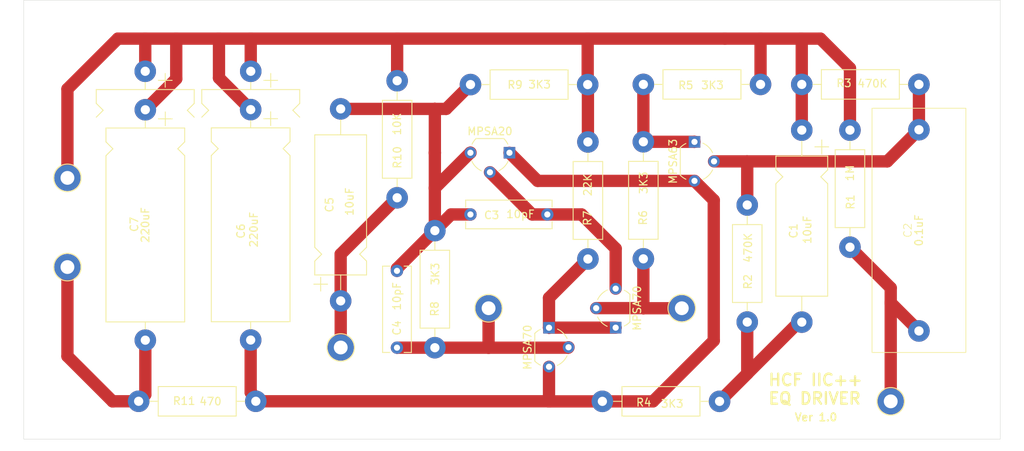
<source format=kicad_pcb>
(kicad_pcb (version 20241229) (generator "pcbnew") (generator_version "9.0")
  (layers (0 "F.Cu" signal) (2 "B.Cu" signal) (13 "F.Paste" user) (15 "B.Paste" user) (5 "F.SilkS" user "F.Silkscreen") (7 "B.SilkS" user "B.Silkscreen") (1 "F.Mask" user) (3 "B.Mask" user) (25 "Edge.Cuts" user))
  (net 0 "")
  (net 1 "Net-(C1-Pad2)")
  (net 2 "GND")
  (net 3 "Net-(C2-Pad1)")
  (net 4 "Net-(Q1-B)")
  (net 5 "Net-(Q2-C)")
  (net 6 "Net-(Q4-C)")
  (net 7 "Net-(Q3-B)")
  (net 8 "Net-(C5-Pad1)")
  (net 9 "Net-(Q1-C)")
  (net 10 "Net-(C7-Pad2)")
  (net 11 "Net-(Q1-E)")
  (net 12 "Net-(Q2-B)")
  (net 13 "Net-(Q2-E)")
  (footprint "HiroFootprints:Out_Hole_3.4_1.8" (layer "F.Cu") (at 83.43 100.12)
    (property "Reference" "TP5" (hide yes))
    (property "Value" "Power" (hide yes))
    (fp_circle (center 0 0) (end 1.8 0) (stroke (width 0.12)) (fill no) (layer "F.SilkS"))
    (pad "1" thru_hole circle (at 0 0) (size 3.4 3.4) (drill 1.8) (layers "*.Cu" "*.Mask") (net 10 "Net-(C7-Pad2)"))
  )
  (footprint "Capacitor_THT:CP_Axial_L30.0mm_D12.5mm_P35.00mm_Horizontal" (layer "F.Cu") (at 107.27 74.63 -90)
    (property "Reference" "REF**" (hide yes))
    (property "Value" "CP_Axial_L30.0mm_D12.5mm_P35.00mm_Horizontal" (hide yes))
    (fp_line (start 2.38 6.37) (end 4.18 6.37) (stroke (width 0.12)) (layer "F.SilkS"))
    (fp_line (start 4.18 6.37) (end 5.08 5.47) (stroke (width 0.12)) (layer "F.SilkS"))
    (fp_line (start 5.08 5.47) (end 5.98 6.37) (stroke (width 0.12)) (layer "F.SilkS"))
    (fp_line (start 1.44 0) (end 2.38 0) (stroke (width 0.12)) (layer "F.SilkS"))
    (fp_line (start 0.28 -2.6) (end 2.08 -2.6) (stroke (width 0.12)) (layer "F.SilkS"))
    (fp_line (start 1.18 -3.5) (end 1.18 -1.7) (stroke (width 0.12)) (layer "F.SilkS"))
    (fp_line (start 5.08 -5.47) (end 5.98 -6.37) (stroke (width 0.12)) (layer "F.SilkS"))
    (fp_line (start 2.38 -6.37) (end 2.38 6.37) (stroke (width 0.12)) (layer "F.SilkS"))
    (fp_line (start 2.38 -6.37) (end 4.18 -6.37) (stroke (width 0.12)) (layer "F.SilkS"))
    (fp_line (start 4.18 -6.37) (end 5.08 -5.47) (stroke (width 0.12)) (layer "F.SilkS"))
    (pad "1" thru_hole circle (at 0 0 270) (size 2.8 2.8) (drill 1.2) (layers "*.Cu" "*.Mask") (net 2 "GND"))
  )
  (footprint "HiroFootprints:Out_Hole_3.4_1.8" (layer "F.Cu") (at 190.5 117.605)
    (property "Reference" "TP1" (hide yes))
    (property "Value" "EQ Input" (hide yes))
    (fp_circle (center 0 0) (end 1.8 0) (stroke (width 0.12)) (fill no) (layer "F.SilkS"))
    (pad "1" thru_hole circle (at 0 0) (size 3.4 3.4) (drill 1.8) (layers "*.Cu" "*.Mask") (net 3 "Net-(C2-Pad1)"))
  )
  (footprint "Package_TO_SOT_THT:TO-92_Wide" (layer "F.Cu") (at 146.06 108.02 -90)
    (property "Reference" "Q3" (hide yes))
    (property "Value" "MPSA70" (at 2.54 2.79 90) (layer "F.SilkS"))
    (fp_line (start 0.74 1.85) (end 4.34 1.85) (stroke (width 0.12)) (layer "F.SilkS"))
    (fp_arc (start 0.74 1.85) (mid 0.446097 1.509328) (end 0.215816 1.122795) (stroke (width 0.12)) (layer "F.SilkS"))
    (fp_arc (start 4.864184 1.122795) (mid 4.633903 1.509328) (end 4.34 1.85) (stroke (width 0.12)) (layer "F.SilkS"))
    (fp_arc (start 0.172801 -1.103842) (mid 0.678995 -1.832692) (end 1.4 -2.35) (stroke (width 0.12)) (layer "F.SilkS"))
    (fp_arc (start 3.65 -2.35) (mid 4.382279 -1.833196) (end 4.895458 -1.098371) (stroke (width 0.12)) (layer "F.SilkS"))
    (pad "1" thru_hole rect (at 0 0 270) (size 1.5 1.5) (drill 0.8) (layers "*.Cu" "*.Mask") (net 13 "Net-(Q2-E)"))
    (pad "2" thru_hole circle (at 2.54 -2.54 270) (size 1.5 1.5) (drill 0.8) (layers "*.Cu" "*.Mask") (net 7 "Net-(Q3-B)"))
    (pad "3" thru_hole circle (at 5.08 0 270) (size 1.5 1.5) (drill 0.8) (layers "*.Cu" "*.Mask") (net 9 "Net-(Q1-C)"))
  )
  (footprint "MountingHole:MountingHole_4mm" (layer "F.Cu") (at 200.5 118.27)
    (property "Reference" "REF**" (hide yes))
    (property "Value" "MountingHole_4mm")
    (pad "" np_thru_hole circle (at 0 0) (size 4 4) (drill 4) (layers "*.Cu" "*.Mask"))
  )
  (footprint "Capacitor_THT:CP_Axial_L18.0mm_D6.5mm_P25.00mm_Horizontal" (layer "F.Cu") (at 118.9643 104.5272 90)
    (property "Reference" "C5" (at 12.51 -1.4575 90) (layer "F.SilkS"))
    (property "Value" "10uF" (at 12.93 1.1625 90) (layer "F.SilkS"))
    (fp_line (start 2.18 -3.5) (end 2.18 -1.7) (stroke (width 0.12)) (layer "F.SilkS"))
    (fp_line (start 21.62 -3.37) (end 21.62 3.37) (stroke (width 0.12)) (layer "F.SilkS"))
    (fp_line (start 6.98 -3.37) (end 21.62 -3.37) (stroke (width 0.12)) (layer "F.SilkS"))
    (fp_line (start 5.18 -3.37) (end 6.08 -2.47) (stroke (width 0.12)) (layer "F.SilkS"))
    (fp_line (start 3.38 -3.37) (end 5.18 -3.37) (stroke (width 0.12)) (layer "F.SilkS"))
    (fp_line (start 3.38 -3.37) (end 3.38 3.37) (stroke (width 0.12)) (layer "F.SilkS"))
    (fp_line (start 1.28 -2.6) (end 3.08 -2.6) (stroke (width 0.12)) (layer "F.SilkS"))
    (fp_line (start 6.08 -2.47) (end 6.98 -3.37) (stroke (width 0.12)) (layer "F.SilkS"))
    (fp_line (start 23.56 0) (end 21.62 0) (stroke (width 0.12)) (layer "F.SilkS"))
    (fp_line (start 1.44 0) (end 3.38 0) (stroke (width 0.12)) (layer "F.SilkS"))
    (fp_line (start 6.08 2.47) (end 6.98 3.37) (stroke (width 0.12)) (layer "F.SilkS"))
    (fp_line (start 6.98 3.37) (end 21.62 3.37) (stroke (width 0.12)) (layer "F.SilkS"))
    (fp_line (start 5.18 3.37) (end 6.08 2.47) (stroke (width 0.12)) (layer "F.SilkS"))
    (fp_line (start 3.38 3.37) (end 5.18 3.37) (stroke (width 0.12)) (layer "F.SilkS"))
    (pad "1" thru_hole circle (at 0 0 90) (size 2.8 2.8) (drill 1.2) (layers "*.Cu" "*.Mask") (net 8 "Net-(C5-Pad1)"))
    (pad "2" thru_hole circle (at 25 0 90) (size 2.8 2.8) (drill 1.2) (layers "*.Cu" "*.Mask") (net 6 "Net-(Q4-C)"))
  )
  (footprint "Capacitor_THT:CP_Axial_L18.0mm_D6.5mm_P25.00mm_Horizontal" (layer "F.Cu") (at 178.9325 82.29 -90)
    (property "Reference" "C1" (at 13.12 1.0725 90) (layer "F.SilkS"))
    (property "Value" "10uF" (at 12.97 -0.7275 90) (layer "F.SilkS"))
    (fp_line (start 3.38 3.37) (end 5.18 3.37) (stroke (width 0.12)) (layer "F.SilkS"))
    (fp_line (start 5.18 3.37) (end 6.08 2.47) (stroke (width 0.12)) (layer "F.SilkS"))
    (fp_line (start 6.98 3.37) (end 21.62 3.37) (stroke (width 0.12)) (layer "F.SilkS"))
    (fp_line (start 6.08 2.47) (end 6.98 3.37) (stroke (width 0.12)) (layer "F.SilkS"))
    (fp_line (start 1.44 0) (end 3.38 0) (stroke (width 0.12)) (layer "F.SilkS"))
    (fp_line (start 23.56 0) (end 21.62 0) (stroke (width 0.12)) (layer "F.SilkS"))
    (fp_line (start 6.08 -2.47) (end 6.98 -3.37) (stroke (width 0.12)) (layer "F.SilkS"))
    (fp_line (start 1.28 -2.6) (end 3.08 -2.6) (stroke (width 0.12)) (layer "F.SilkS"))
    (fp_line (start 3.38 -3.37) (end 3.38 3.37) (stroke (width 0.12)) (layer "F.SilkS"))
    (fp_line (start 3.38 -3.37) (end 5.18 -3.37) (stroke (width 0.12)) (layer "F.SilkS"))
    (fp_line (start 5.18 -3.37) (end 6.08 -2.47) (stroke (width 0.12)) (layer "F.SilkS"))
    (fp_line (start 6.98 -3.37) (end 21.62 -3.37) (stroke (width 0.12)) (layer "F.SilkS"))
    (fp_line (start 21.62 -3.37) (end 21.62 3.37) (stroke (width 0.12)) (layer "F.SilkS"))
    (fp_line (start 2.18 -3.5) (end 2.18 -1.7) (stroke (width 0.12)) (layer "F.SilkS"))
    (pad "1" thru_hole circle (at 0 0 270) (size 2.8 2.8) (drill 1.2) (layers "*.Cu" "*.Mask") (net 2 "GND"))
    (pad "2" thru_hole circle (at 25 0 270) (size 2.8 2.8) (drill 1.2) (layers "*.Cu" "*.Mask") (net 1 "Net-(C1-Pad2)"))
  )
  (footprint "Resistor_THT:R_Axial_DIN0411_L9.9mm_D3.6mm_P15.24mm_Horizontal" (layer "F.Cu") (at 158.33 76.34)
    (property "Reference" "R5" (at 5.52 0.12 0) (layer "F.SilkS"))
    (property "Value" "3K3" (at 8.99 0.11 0) (layer "F.SilkS"))
    (fp_line (start 1.44 0) (end 2.55 0) (stroke (width 0.12)) (layer "F.SilkS"))
    (fp_line (start 2.55 -1.92) (end 2.55 1.92) (stroke (width 0.12)) (layer "F.SilkS"))
    (fp_line (start 2.55 1.92) (end 12.69 1.92) (stroke (width 0.12)) (layer "F.SilkS"))
    (fp_line (start 12.69 -1.92) (end 2.55 -1.92) (stroke (width 0.12)) (layer "F.SilkS"))
    (fp_line (start 12.69 1.92) (end 12.69 -1.92) (stroke (width 0.12)) (layer "F.SilkS"))
    (fp_line (start 13.8 0) (end 12.69 0) (stroke (width 0.12)) (layer "F.SilkS"))
    (pad "1" thru_hole circle (at 0 0) (size 2.8 2.8) (drill 1.2) (layers "*.Cu" "*.Mask") (net 11 "Net-(Q1-E)"))
    (pad "2" thru_hole circle (at 15.24 0) (size 2.8 2.8) (drill 1.2) (layers "*.Cu" "*.Mask") (net 2 "GND"))
  )
  (footprint "Capacitor_THT:C_Rect_L11.0mm_W3.5mm_P10.00mm_MKT" (layer "F.Cu") (at 126.2874 110.6162 90)
    (property "Reference" "C4" (at 2.5662 -0.0074 90) (layer "F.SilkS"))
    (property "Value" "10pF" (at 6.6962 -0.0074 90) (layer "F.SilkS"))
    (fp_line (start 10.62 -1.87) (end 10.62 -0.925) (stroke (width 0.12)) (layer "F.SilkS"))
    (fp_line (start -0.62 -1.87) (end 10.62 -1.87) (stroke (width 0.12)) (layer "F.SilkS"))
    (fp_line (start -0.62 -1.87) (end -0.62 -0.925) (stroke (width 0.12)) (layer "F.SilkS"))
    (fp_line (start 10.62 0.925) (end 10.62 1.87) (stroke (width 0.12)) (layer "F.SilkS"))
    (fp_line (start -0.62 0.925) (end -0.62 1.87) (stroke (width 0.12)) (layer "F.SilkS"))
    (fp_line (start -0.62 1.87) (end 10.62 1.87) (stroke (width 0.12)) (layer "F.SilkS"))
    (pad "1" thru_hole circle (at 0 0 90) (size 1.6 1.6) (drill 0.8) (layers "*.Cu" "*.Mask") (net 7 "Net-(Q3-B)"))
    (pad "2" thru_hole circle (at 10 0 90) (size 1.6 1.6) (drill 0.8) (layers "*.Cu" "*.Mask") (net 6 "Net-(Q4-C)"))
  )
  (footprint "MountingHole:MountingHole_4mm" (layer "F.Cu") (at 200.5 69.63)
    (property "Reference" "REF**" (hide yes))
    (property "Value" "MountingHole_4mm")
    (pad "" np_thru_hole circle (at 0 0) (size 4 4) (drill 4) (layers "*.Cu" "*.Mask"))
  )
  (footprint "HiroFootprints:Out_Hole_3.4_1.8" (layer "F.Cu") (at 83.43 88.51)
    (property "Reference" "TP6" (hide yes))
    (property "Value" "GND" (hide yes))
    (fp_circle (center 0 0) (end 1.8 0) (stroke (width 0.12)) (fill no) (layer "F.SilkS"))
    (pad "1" thru_hole circle (at 0 0) (size 3.4 3.4) (drill 1.8) (layers "*.Cu" "*.Mask") (net 2 "GND"))
  )
  (footprint "MountingHole:MountingHole_4mm" (layer "F.Cu") (at 82 69.63)
    (property "Reference" "REF**" (hide yes))
    (property "Value" "MountingHole_4mm")
    (pad "" np_thru_hole circle (at 0 0) (size 4 4) (drill 4) (layers "*.Cu" "*.Mask"))
  )
  (footprint "Resistor_THT:R_Axial_DIN0411_L9.9mm_D3.6mm_P15.24mm_Horizontal" (layer "F.Cu") (at 135.85 76.36)
    (property "Reference" "R9" (at 5.79 0.03 0) (layer "F.SilkS"))
    (property "Value" "3K3" (at 8.99 0 0) (layer "F.SilkS"))
    (fp_line (start 1.44 0) (end 2.55 0) (stroke (width 0.12)) (layer "F.SilkS"))
    (fp_line (start 2.55 -1.92) (end 2.55 1.92) (stroke (width 0.12)) (layer "F.SilkS"))
    (fp_line (start 2.55 1.92) (end 12.69 1.92) (stroke (width 0.12)) (layer "F.SilkS"))
    (fp_line (start 12.69 -1.92) (end 2.55 -1.92) (stroke (width 0.12)) (layer "F.SilkS"))
    (fp_line (start 12.69 1.92) (end 12.69 -1.92) (stroke (width 0.12)) (layer "F.SilkS"))
    (fp_line (start 13.8 0) (end 12.69 0) (stroke (width 0.12)) (layer "F.SilkS"))
    (pad "1" thru_hole circle (at 0 0) (size 2.8 2.8) (drill 1.2) (layers "*.Cu" "*.Mask") (net 6 "Net-(Q4-C)"))
    (pad "2" thru_hole circle (at 15.24 0) (size 2.8 2.8) (drill 1.2) (layers "*.Cu" "*.Mask") (net 2 "GND"))
  )
  (footprint "Resistor_THT:R_Axial_DIN0411_L9.9mm_D3.6mm_P15.24mm_Horizontal" (layer "F.Cu") (at 194.17 76.34 180)
    (property "Reference" "R3" (at 9.75 0.16 0) (layer "F.SilkS"))
    (property "Value" "470K" (at 6.05 0.11 0) (layer "F.SilkS"))
    (fp_line (start 13.8 0) (end 12.69 0) (stroke (width 0.12)) (layer "F.SilkS"))
    (fp_line (start 12.69 1.92) (end 12.69 -1.92) (stroke (width 0.12)) (layer "F.SilkS"))
    (fp_line (start 12.69 -1.92) (end 2.55 -1.92) (stroke (width 0.12)) (layer "F.SilkS"))
    (fp_line (start 2.55 1.92) (end 12.69 1.92) (stroke (width 0.12)) (layer "F.SilkS"))
    (fp_line (start 2.55 -1.92) (end 2.55 1.92) (stroke (width 0.12)) (layer "F.SilkS"))
    (fp_line (start 1.44 0) (end 2.55 0) (stroke (width 0.12)) (layer "F.SilkS"))
    (pad "1" thru_hole circle (at 0 0 180) (size 2.8 2.8) (drill 1.2) (layers "*.Cu" "*.Mask") (net 4 "Net-(Q1-B)"))
    (pad "2" thru_hole circle (at 15.24 0 180) (size 2.8 2.8) (drill 1.2) (layers "*.Cu" "*.Mask") (net 2 "GND"))
  )
  (footprint "Resistor_THT:R_Axial_DIN0411_L9.9mm_D3.6mm_P15.24mm_Horizontal" (layer "F.Cu") (at 126.31 91.1 90)
    (property "Reference" "R10" (at 5.26 0.03 90) (layer "F.SilkS"))
    (property "Value" "10K" (at 9.6 -0.01 90) (layer "F.SilkS"))
    (fp_line (start 12.69 -1.92) (end 2.55 -1.92) (stroke (width 0.12)) (layer "F.SilkS"))
    (fp_line (start 2.55 -1.92) (end 2.55 1.92) (stroke (width 0.12)) (layer "F.SilkS"))
    (fp_line (start 13.8 0) (end 12.69 0) (stroke (width 0.12)) (layer "F.SilkS"))
    (fp_line (start 1.44 0) (end 2.55 0) (stroke (width 0.12)) (layer "F.SilkS"))
    (fp_line (start 12.69 1.92) (end 12.69 -1.92) (stroke (width 0.12)) (layer "F.SilkS"))
    (fp_line (start 2.55 1.92) (end 12.69 1.92) (stroke (width 0.12)) (layer "F.SilkS"))
    (pad "1" thru_hole circle (at 0 0 90) (size 2.8 2.8) (drill 1.2) (layers "*.Cu" "*.Mask") (net 8 "Net-(C5-Pad1)"))
    (pad "2" thru_hole circle (at 15.24 0 90) (size 2.8 2.8) (drill 1.2) (layers "*.Cu" "*.Mask") (net 2 "GND"))
  )
  (footprint "Resistor_THT:R_Axial_DIN0411_L9.9mm_D3.6mm_P15.24mm_Horizontal" (layer "F.Cu") (at 171.84 107.28 90)
    (property "Reference" "R2" (at 5.25 0.09 90) (layer "F.SilkS"))
    (property "Value" "470K" (at 9.66 0.11 90) (layer "F.SilkS"))
    (fp_line (start 12.69 -1.92) (end 2.55 -1.92) (stroke (width 0.12)) (layer "F.SilkS"))
    (fp_line (start 2.55 -1.92) (end 2.55 1.92) (stroke (width 0.12)) (layer "F.SilkS"))
    (fp_line (start 13.8 0) (end 12.69 0) (stroke (width 0.12)) (layer "F.SilkS"))
    (fp_line (start 1.44 0) (end 2.55 0) (stroke (width 0.12)) (layer "F.SilkS"))
    (fp_line (start 12.69 1.92) (end 12.69 -1.92) (stroke (width 0.12)) (layer "F.SilkS"))
    (fp_line (start 2.55 1.92) (end 12.69 1.92) (stroke (width 0.12)) (layer "F.SilkS"))
    (pad "1" thru_hole circle (at 0 0 90) (size 2.8 2.8) (drill 1.2) (layers "*.Cu" "*.Mask") (net 1 "Net-(C1-Pad2)"))
    (pad "2" thru_hole circle (at 15.24 0 90) (size 2.8 2.8) (drill 1.2) (layers "*.Cu" "*.Mask") (net 4 "Net-(Q1-B)"))
  )
  (footprint "HiroFootprints:715P10454LAD3" (layer "F.Cu") (at 194.17 108.44 90)
    (property "Reference" "C2" (at 13.1 -1.45 90) (layer "F.SilkS") (effects (font (thickness 0.1))))
    (property "Value" "0.1uF" (at 13.1 0 90) (layer "F.SilkS"))
    (fp_rect (start -2.8 -6.1) (end 29 6.1) (stroke (width 0.1)) (fill no) (layer "F.SilkS"))
    (pad "1" thru_hole circle (at 0 0 90) (size 2.8 2.8) (drill 1.2) (layers "*.Cu" "*.Mask") (net 3 "Net-(C2-Pad1)"))
    (pad "2" thru_hole circle (at 26.2 0 90) (size 2.8 2.8) (drill 1.2) (layers "*.Cu" "*.Mask") (net 4 "Net-(Q1-B)"))
  )
  (footprint "Package_TO_SOT_THT:TO-92_Wide" (layer "F.Cu") (at 140.9178 85.2374 180)
    (property "Reference" "Q4" (hide yes))
    (property "Value" "MPSA20" (at 2.54 2.79 180) (layer "F.SilkS"))
    (fp_line (start 0.74 1.85) (end 4.34 1.85) (stroke (width 0.12)) (layer "F.SilkS"))
    (fp_arc (start 4.864184 1.122795) (mid 4.633903 1.509328) (end 4.34 1.85) (stroke (width 0.12)) (layer "F.SilkS"))
    (fp_arc (start 3.65 -2.35) (mid 4.382279 -1.833196) (end 4.895458 -1.098371) (stroke (width 0.12)) (layer "F.SilkS"))
    (fp_arc (start 0.74 1.85) (mid 0.446097 1.509328) (end 0.215816 1.122795) (stroke (width 0.12)) (layer "F.SilkS"))
    (fp_arc (start 0.172801 -1.103842) (mid 0.678995 -1.832692) (end 1.4 -2.35) (stroke (width 0.12)) (layer "F.SilkS"))
    (pad "1" thru_hole rect (at 0 0 180) (size 1.5 1.5) (drill 0.8) (layers "*.Cu" "*.Mask") (net 9 "Net-(Q1-C)"))
    (pad "2" thru_hole circle (at 2.54 -2.54 180) (size 1.5 1.5) (drill 0.8) (layers "*.Cu" "*.Mask") (net 5 "Net-(Q2-C)"))
    (pad "3" thru_hole circle (at 5.08 0 180) (size 1.5 1.5) (drill 0.8) (layers "*.Cu" "*.Mask") (net 6 "Net-(Q4-C)"))
  )
  (footprint "Resistor_THT:R_Axial_DIN0411_L9.9mm_D3.6mm_P15.24mm_Horizontal" (layer "F.Cu") (at 151.12 99.07 90)
    (property "Reference" "R7" (at 5.32 -0.05 90) (layer "F.SilkS"))
    (property "Value" "22K" (at 9.65 -0.02 90) (layer "F.SilkS"))
    (fp_line (start 12.69 -1.92) (end 2.55 -1.92) (stroke (width 0.12)) (layer "F.SilkS"))
    (fp_line (start 2.55 -1.92) (end 2.55 1.92) (stroke (width 0.12)) (layer "F.SilkS"))
    (fp_line (start 13.8 0) (end 12.69 0) (stroke (width 0.12)) (layer "F.SilkS"))
    (fp_line (start 1.44 0) (end 2.55 0) (stroke (width 0.12)) (layer "F.SilkS"))
    (fp_line (start 12.69 1.92) (end 12.69 -1.92) (stroke (width 0.12)) (layer "F.SilkS"))
    (fp_line (start 2.55 1.92) (end 12.69 1.92) (stroke (width 0.12)) (layer "F.SilkS"))
    (pad "1" thru_hole circle (at 0 0 90) (size 2.8 2.8) (drill 1.2) (layers "*.Cu" "*.Mask") (net 13 "Net-(Q2-E)"))
    (pad "2" thru_hole circle (at 15.24 0 90) (size 2.8 2.8) (drill 1.2) (layers "*.Cu" "*.Mask") (net 2 "GND"))
  )
  (footprint "Package_TO_SOT_THT:TO-92_Wide" (layer "F.Cu") (at 164.98 83.82 -90)
    (property "Reference" "Q1" (hide yes))
    (property "Value" "MPSA63" (at 2.54 2.79 90) (layer "F.SilkS"))
    (fp_line (start 0.74 1.85) (end 4.34 1.85) (stroke (width 0.12)) (layer "F.SilkS"))
    (fp_arc (start 0.74 1.85) (mid 0.446097 1.509328) (end 0.215816 1.122795) (stroke (width 0.12)) (layer "F.SilkS"))
    (fp_arc (start 4.864184 1.122795) (mid 4.633903 1.509328) (end 4.34 1.85) (stroke (width 0.12)) (layer "F.SilkS"))
    (fp_arc (start 0.172801 -1.103842) (mid 0.678995 -1.832692) (end 1.4 -2.35) (stroke (width 0.12)) (layer "F.SilkS"))
    (fp_arc (start 3.65 -2.35) (mid 4.382279 -1.833196) (end 4.895458 -1.098371) (stroke (width 0.12)) (layer "F.SilkS"))
    (pad "1" thru_hole rect (at 0 0 270) (size 1.5 1.5) (drill 0.8) (layers "*.Cu" "*.Mask") (net 11 "Net-(Q1-E)"))
    (pad "2" thru_hole circle (at 2.54 -2.54 270) (size 1.5 1.5) (drill 0.8) (layers "*.Cu" "*.Mask") (net 4 "Net-(Q1-B)"))
    (pad "3" thru_hole circle (at 5.08 0 270) (size 1.5 1.5) (drill 0.8) (layers "*.Cu" "*.Mask") (net 9 "Net-(Q1-C)"))
  )
  (footprint "MountingHole:MountingHole_4mm" (layer "F.Cu") (at 82 118.27)
    (property "Reference" "REF**" (hide yes))
    (property "Value" "MountingHole_4mm")
    (pad "" np_thru_hole circle (at 0 0) (size 4 4) (drill 4) (layers "*.Cu" "*.Mask"))
  )
  (footprint "Resistor_THT:R_Axial_DIN0411_L9.9mm_D3.6mm_P15.24mm_Horizontal" (layer "F.Cu") (at 158.33 99.05 90)
    (property "Reference" "R6" (at 5.35 -0.04 90) (layer "F.SilkS"))
    (property "Value" "3K3" (at 9.9 0.03 90) (layer "F.SilkS"))
    (fp_line (start 12.69 -1.92) (end 2.55 -1.92) (stroke (width 0.12)) (layer "F.SilkS"))
    (fp_line (start 2.55 -1.92) (end 2.55 1.92) (stroke (width 0.12)) (layer "F.SilkS"))
    (fp_line (start 13.8 0) (end 12.69 0) (stroke (width 0.12)) (layer "F.SilkS"))
    (fp_line (start 1.44 0) (end 2.55 0) (stroke (width 0.12)) (layer "F.SilkS"))
    (fp_line (start 12.69 1.92) (end 12.69 -1.92) (stroke (width 0.12)) (layer "F.SilkS"))
    (fp_line (start 2.55 1.92) (end 12.69 1.92) (stroke (width 0.12)) (layer "F.SilkS"))
    (pad "1" thru_hole circle (at 0 0 90) (size 2.8 2.8) (drill 1.2) (layers "*.Cu" "*.Mask") (net 12 "Net-(Q2-B)"))
    (pad "2" thru_hole circle (at 15.24 0 90) (size 2.8 2.8) (drill 1.2) (layers "*.Cu" "*.Mask") (net 11 "Net-(Q1-E)"))
  )
  (footprint "HiroFootprints:Out_Hole_3.4_1.8" (layer "F.Cu") (at 163.33 105.48)
    (property "Reference" "TP2" (hide yes))
    (property "Value" "Cut (L)" (hide yes))
    (fp_circle (center 0 0) (end 1.8 0) (stroke (width 0.12)) (fill no) (layer "F.SilkS"))
    (pad "1" thru_hole circle (at 0 0) (size 3.4 3.4) (drill 1.8) (layers "*.Cu" "*.Mask") (net 12 "Net-(Q2-B)"))
  )
  (footprint "Package_TO_SOT_THT:TO-92_Wide" (layer "F.Cu") (at 154.73 108.01 90)
    (property "Reference" "Q2" (hide yes))
    (property "Value" "MPSA70" (at 2.54 2.79 90) (layer "F.SilkS"))
    (fp_line (start 0.74 1.85) (end 4.34 1.85) (stroke (width 0.12)) (layer "F.SilkS"))
    (fp_arc (start 3.65 -2.35) (mid 4.382279 -1.833196) (end 4.895458 -1.098371) (stroke (width 0.12)) (layer "F.SilkS"))
    (fp_arc (start 0.172801 -1.103842) (mid 0.678995 -1.832692) (end 1.4 -2.35) (stroke (width 0.12)) (layer "F.SilkS"))
    (fp_arc (start 4.864184 1.122795) (mid 4.633903 1.509328) (end 4.34 1.85) (stroke (width 0.12)) (layer "F.SilkS"))
    (fp_arc (start 0.74 1.85) (mid 0.446097 1.509328) (end 0.215816 1.122795) (stroke (width 0.12)) (layer "F.SilkS"))
    (pad "1" thru_hole rect (at 0 0 90) (size 1.5 1.5) (drill 0.8) (layers "*.Cu" "*.Mask") (net 13 "Net-(Q2-E)"))
    (pad "2" thru_hole circle (at 2.54 -2.54 90) (size 1.5 1.5) (drill 0.8) (layers "*.Cu" "*.Mask") (net 12 "Net-(Q2-B)"))
    (pad "3" thru_hole circle (at 5.08 0 90) (size 1.5 1.5) (drill 0.8) (layers "*.Cu" "*.Mask") (net 5 "Net-(Q2-C)"))
  )
  (footprint "HiroFootprints:Out_Hole_3.4_1.8" (layer "F.Cu") (at 118.9722 110.5946)
    (property "Reference" "TP4" (hide yes))
    (property "Value" "EQ Output" (hide yes))
    (fp_circle (center 0 0) (end 1.8 0) (stroke (width 0.12)) (fill no) (layer "F.SilkS"))
    (pad "1" thru_hole circle (at 0 0) (size 3.4 3.4) (drill 1.8) (layers "*.Cu" "*.Mask") (net 8 "Net-(C5-Pad1)"))
  )
  (footprint "Capacitor_THT:CP_Axial_L25.0mm_D10.0mm_P30.00mm_Horizontal" (layer "F.Cu") (at 93.56 79.64 -90)
    (property "Reference" "C7" (at 14.92 1.44 90) (layer "F.SilkS"))
    (property "Value" "220uF" (at 15 0 90) (layer "F.SilkS"))
    (fp_line (start 2.38 5.12) (end 4.18 5.12) (stroke (width 0.12)) (layer "F.SilkS"))
    (fp_line (start 4.18 5.12) (end 5.08 4.22) (stroke (width 0.12)) (layer "F.SilkS"))
    (fp_line (start 5.98 5.12) (end 27.62 5.12) (stroke (width 0.12)) (layer "F.SilkS"))
    (fp_line (start 5.08 4.22) (end 5.98 5.12) (stroke (width 0.12)) (layer "F.SilkS"))
    (fp_line (start 1.44 0) (end 2.38 0) (stroke (width 0.12)) (layer "F.SilkS"))
    (fp_line (start 28.56 0) (end 27.62 0) (stroke (width 0.12)) (layer "F.SilkS"))
    (fp_line (start 0.28 -2.6) (end 2.08 -2.6) (stroke (width 0.12)) (layer "F.SilkS"))
    (fp_line (start 1.18 -3.5) (end 1.18 -1.7) (stroke (width 0.12)) (layer "F.SilkS"))
    (fp_line (start 5.08 -4.22) (end 5.98 -5.12) (stroke (width 0.12)) (layer "F.SilkS"))
    (fp_line (start 2.38 -5.12) (end 2.38 5.12) (stroke (width 0.12)) (layer "F.SilkS"))
    (fp_line (start 2.38 -5.12) (end 4.18 -5.12) (stroke (width 0.12)) (layer "F.SilkS"))
    (fp_line (start 4.18 -5.12) (end 5.08 -4.22) (stroke (width 0.12)) (layer "F.SilkS"))
    (fp_line (start 5.98 -5.12) (end 27.62 -5.12) (stroke (width 0.12)) (layer "F.SilkS"))
    (fp_line (start 27.62 -5.12) (end 27.62 5.12) (stroke (width 0.12)) (layer "F.SilkS"))
    (pad "1" thru_hole circle (at 0 0 270) (size 2.8 2.8) (drill 1.2) (layers "*.Cu" "*.Mask") (net 2 "GND"))
    (pad "2" thru_hole circle (at 30 0 270) (size 2.8 2.8) (drill 1.2) (layers "*.Cu" "*.Mask") (net 10 "Net-(C7-Pad2)"))
  )
  (footprint "Resistor_THT:R_Axial_DIN0411_L9.9mm_D3.6mm_P15.24mm_Horizontal" (layer "F.Cu") (at 168.24 117.605 180)
    (property "Reference" "R4" (at 9.86 -0.15 0) (layer "F.SilkS"))
    (property "Value" "3K3" (at 6.15 -0.31 0) (layer "F.SilkS"))
    (fp_line (start 13.8 0) (end 12.69 0) (stroke (width 0.12)) (layer "F.SilkS"))
    (fp_line (start 12.69 1.92) (end 12.69 -1.92) (stroke (width 0.12)) (layer "F.SilkS"))
    (fp_line (start 12.69 -1.92) (end 2.55 -1.92) (stroke (width 0.12)) (layer "F.SilkS"))
    (fp_line (start 2.55 1.92) (end 12.69 1.92) (stroke (width 0.12)) (layer "F.SilkS"))
    (fp_line (start 2.55 -1.92) (end 2.55 1.92) (stroke (width 0.12)) (layer "F.SilkS"))
    (fp_line (start 1.44 0) (end 2.55 0) (stroke (width 0.12)) (layer "F.SilkS"))
    (pad "1" thru_hole circle (at 0 0 180) (size 2.8 2.8) (drill 1.2) (layers "*.Cu" "*.Mask") (net 1 "Net-(C1-Pad2)"))
    (pad "2" thru_hole circle (at 15.24 0 180) (size 2.8 2.8) (drill 1.2) (layers "*.Cu" "*.Mask") (net 9 "Net-(Q1-C)"))
  )
  (footprint "Resistor_THT:R_Axial_DIN0411_L9.9mm_D3.6mm_P15.24mm_Horizontal" (layer "F.Cu") (at 107.93 117.595 180)
    (property "Reference" "R11" (at 9.3218 0.04 0) (layer "F.SilkS"))
    (property "Value" "470" (at 5.8928 -0.0254 0) (layer "F.SilkS"))
    (fp_line (start 13.8 0) (end 12.69 0) (stroke (width 0.12)) (layer "F.SilkS"))
    (fp_line (start 12.69 1.92) (end 12.69 -1.92) (stroke (width 0.12)) (layer "F.SilkS"))
    (fp_line (start 12.69 -1.92) (end 2.55 -1.92) (stroke (width 0.12)) (layer "F.SilkS"))
    (fp_line (start 2.55 1.92) (end 12.69 1.92) (stroke (width 0.12)) (layer "F.SilkS"))
    (fp_line (start 2.55 -1.92) (end 2.55 1.92) (stroke (width 0.12)) (layer "F.SilkS"))
    (fp_line (start 1.44 0) (end 2.55 0) (stroke (width 0.12)) (layer "F.SilkS"))
    (pad "1" thru_hole circle (at 0 0 180) (size 2.8 2.8) (drill 1.2) (layers "*.Cu" "*.Mask") (net 9 "Net-(Q1-C)"))
    (pad "2" thru_hole circle (at 15.24 0 180) (size 2.8 2.8) (drill 1.2) (layers "*.Cu" "*.Mask") (net 10 "Net-(C7-Pad2)"))
  )
  (footprint "Capacitor_THT:CP_Axial_L25.0mm_D10.0mm_P30.00mm_Horizontal" (layer "F.Cu") (at 107.26 79.62 -90)
    (property "Reference" "C6" (at 15.82 1.27 90) (layer "F.SilkS"))
    (property "Value" "220uF" (at 15.62 -0.41 90) (layer "F.SilkS"))
    (fp_line (start 2.38 5.12) (end 4.18 5.12) (stroke (width 0.12)) (layer "F.SilkS"))
    (fp_line (start 4.18 5.12) (end 5.08 4.22) (stroke (width 0.12)) (layer "F.SilkS"))
    (fp_line (start 5.98 5.12) (end 27.62 5.12) (stroke (width 0.12)) (layer "F.SilkS"))
    (fp_line (start 5.08 4.22) (end 5.98 5.12) (stroke (width 0.12)) (layer "F.SilkS"))
    (fp_line (start 1.44 0) (end 2.38 0) (stroke (width 0.12)) (layer "F.SilkS"))
    (fp_line (start 28.56 0) (end 27.62 0) (stroke (width 0.12)) (layer "F.SilkS"))
    (fp_line (start 0.28 -2.6) (end 2.08 -2.6) (stroke (width 0.12)) (layer "F.SilkS"))
    (fp_line (start 1.18 -3.5) (end 1.18 -1.7) (stroke (width 0.12)) (layer "F.SilkS"))
    (fp_line (start 5.08 -4.22) (end 5.98 -5.12) (stroke (width 0.12)) (layer "F.SilkS"))
    (fp_line (start 2.38 -5.12) (end 2.38 5.12) (stroke (width 0.12)) (layer "F.SilkS"))
    (fp_line (start 2.38 -5.12) (end 4.18 -5.12) (stroke (width 0.12)) (layer "F.SilkS"))
    (fp_line (start 4.18 -5.12) (end 5.08 -4.22) (stroke (width 0.12)) (layer "F.SilkS"))
    (fp_line (start 5.98 -5.12) (end 27.62 -5.12) (stroke (width 0.12)) (layer "F.SilkS"))
    (fp_line (start 27.62 -5.12) (end 27.62 5.12) (stroke (width 0.12)) (layer "F.SilkS"))
    (pad "1" thru_hole circle (at 0 0 270) (size 2.8 2.8) (drill 1.2) (layers "*.Cu" "*.Mask") (net 2 "GND"))
    (pad "2" thru_hole circle (at 30 0 270) (size 2.8 2.8) (drill 1.2) (layers "*.Cu" "*.Mask") (net 9 "Net-(Q1-C)"))
  )
  (footprint "Resistor_THT:R_Axial_DIN0411_L9.9mm_D3.6mm_P15.24mm_Horizontal" (layer "F.Cu") (at 185.2 97.53 90)
    (property "Reference" "R1" (at 5.88 0.07 90) (layer "F.SilkS"))
    (property "Value" "1M" (at 9.65 0 90) (layer "F.SilkS"))
    (fp_line (start 12.69 -1.92) (end 2.55 -1.92) (stroke (width 0.12)) (layer "F.SilkS"))
    (fp_line (start 2.55 -1.92) (end 2.55 1.92) (stroke (width 0.12)) (layer "F.SilkS"))
    (fp_line (start 13.8 0) (end 12.69 0) (stroke (width 0.12)) (layer "F.SilkS"))
    (fp_line (start 1.44 0) (end 2.55 0) (stroke (width 0.12)) (layer "F.SilkS"))
    (fp_line (start 12.69 1.92) (end 12.69 -1.92) (stroke (width 0.12)) (layer "F.SilkS"))
    (fp_line (start 2.55 1.92) (end 12.69 1.92) (stroke (width 0.12)) (layer "F.SilkS"))
    (pad "1" thru_hole circle (at 0 0 90) (size 2.8 2.8) (drill 1.2) (layers "*.Cu" "*.Mask") (net 3 "Net-(C2-Pad1)"))
    (pad "2" thru_hole circle (at 15.24 0 90) (size 2.8 2.8) (drill 1.2) (layers "*.Cu" "*.Mask") (net 2 "GND"))
  )
  (footprint "Capacitor_THT:CP_Axial_L30.0mm_D12.5mm_P35.00mm_Horizontal" (layer "F.Cu") (at 93.55 74.63 -90)
    (property "Reference" "REF**" (hide yes))
    (property "Value" "CP_Axial_L30.0mm_D12.5mm_P35.00mm_Horizontal" (hide yes))
    (fp_line (start 2.38 6.37) (end 4.18 6.37) (stroke (width 0.12)) (layer "F.SilkS"))
    (fp_line (start 4.18 6.37) (end 5.08 5.47) (stroke (width 0.12)) (layer "F.SilkS"))
    (fp_line (start 5.08 5.47) (end 5.98 6.37) (stroke (width 0.12)) (layer "F.SilkS"))
    (fp_line (start 1.44 0) (end 2.38 0) (stroke (width 0.12)) (layer "F.SilkS"))
    (fp_line (start 0.28 -2.6) (end 2.08 -2.6) (stroke (width 0.12)) (layer "F.SilkS"))
    (fp_line (start 1.18 -3.5) (end 1.18 -1.7) (stroke (width 0.12)) (layer "F.SilkS"))
    (fp_line (start 5.08 -5.47) (end 5.98 -6.37) (stroke (width 0.12)) (layer "F.SilkS"))
    (fp_line (start 2.38 -6.37) (end 2.38 6.37) (stroke (width 0.12)) (layer "F.SilkS"))
    (fp_line (start 2.38 -6.37) (end 4.18 -6.37) (stroke (width 0.12)) (layer "F.SilkS"))
    (fp_line (start 4.18 -6.37) (end 5.08 -5.47) (stroke (width 0.12)) (layer "F.SilkS"))
    (pad "1" thru_hole circle (at 0 0 270) (size 2.8 2.8) (drill 1.2) (layers "*.Cu" "*.Mask") (net 2 "GND"))
  )
  (footprint "Resistor_THT:R_Axial_DIN0411_L9.9mm_D3.6mm_P15.24mm_Horizontal" (layer "F.Cu") (at 131.215 110.62 90)
    (property "Reference" "R8" (at 5.05 -0.02 90) (layer "F.SilkS"))
    (property "Value" "3K3" (at 9.61 0.06 90) (layer "F.SilkS"))
    (fp_line (start 12.69 -1.92) (end 2.55 -1.92) (stroke (width 0.12)) (layer "F.SilkS"))
    (fp_line (start 2.55 -1.92) (end 2.55 1.92) (stroke (width 0.12)) (layer "F.SilkS"))
    (fp_line (start 13.8 0) (end 12.69 0) (stroke (width 0.12)) (layer "F.SilkS"))
    (fp_line (start 1.44 0) (end 2.55 0) (stroke (width 0.12)) (layer "F.SilkS"))
    (fp_line (start 12.69 1.92) (end 12.69 -1.92) (stroke (width 0.12)) (layer "F.SilkS"))
    (fp_line (start 2.55 1.92) (end 12.69 1.92) (stroke (width 0.12)) (layer "F.SilkS"))
    (pad "1" thru_hole circle (at 0 0 90) (size 2.8 2.8) (drill 1.2) (layers "*.Cu" "*.Mask") (net 7 "Net-(Q3-B)"))
    (pad "2" thru_hole circle (at 15.24 0 90) (size 2.8 2.8) (drill 1.2) (layers "*.Cu" "*.Mask") (net 6 "Net-(Q4-C)"))
  )
  (footprint "Capacitor_THT:C_Rect_L11.0mm_W3.5mm_P10.00mm_MKT" (layer "F.Cu") (at 145.8416 93.2718 180)
    (property "Reference" "C3" (at 7.2416 -0.0982 180) (layer "F.SilkS"))
    (property "Value" "10pF" (at 3.4916 0.0318 180) (layer "F.SilkS"))
    (fp_line (start 10.62 0.925) (end 10.62 1.87) (stroke (width 0.12)) (layer "F.SilkS"))
    (fp_line (start 10.62 -1.87) (end 10.62 -0.925) (stroke (width 0.12)) (layer "F.SilkS"))
    (fp_line (start -0.62 1.87) (end 10.62 1.87) (stroke (width 0.12)) (layer "F.SilkS"))
    (fp_line (start -0.62 0.925) (end -0.62 1.87) (stroke (width 0.12)) (layer "F.SilkS"))
    (fp_line (start -0.62 -1.87) (end 10.62 -1.87) (stroke (width 0.12)) (layer "F.SilkS"))
    (fp_line (start -0.62 -1.87) (end -0.62 -0.925) (stroke (width 0.12)) (layer "F.SilkS"))
    (pad "1" thru_hole circle (at 0 0 180) (size 1.6 1.6) (drill 0.8) (layers "*.Cu" "*.Mask") (net 5 "Net-(Q2-C)"))
    (pad "2" thru_hole circle (at 10 0 180) (size 1.6 1.6) (drill 0.8) (layers "*.Cu" "*.Mask") (net 6 "Net-(Q4-C)"))
  )
  (footprint "HiroFootprints:Out_Hole_3.4_1.8" (layer "F.Cu") (at 138.2 105.48)
    (property "Reference" "TP3" (hide yes))
    (property "Value" "Boost (R)" (hide yes))
    (fp_circle (center 0 0) (end 1.8 0) (stroke (width 0.12)) (fill no) (layer "F.SilkS"))
    (pad "1" thru_hole circle (at 0 0) (size 3.4 3.4) (drill 1.8) (layers "*.Cu" "*.Mask") (net 7 "Net-(Q3-B)"))
  )
  (gr_rect (start 77.75 65.375) (end 204.75 122.525) (stroke (width 0.05)) (fill no) (layer "Edge.Cuts"))
  (gr_text "Ver 1.0" (at 177.91 120.26 0) (layer "F.SilkS") (effects (font (size 1 1) (thickness 0.2) (bold yes)) (justify left bottom)))
  (gr_text "HCF IIC++\nEQ DRIVER" (at 174.4472 118.11 0) (layer "F.SilkS") (effects (font (size 1.5 1.5) (thickness 0.3) (bold yes)) (justify left bottom)))
  (segment (start 168.24 117.605) (end 178.555 107.29) (width 1.6) (layer "F.Cu") (net 1))
  (segment (start 171.84 107.28) (end 171.84 113.965) (width 1.6) (layer "F.Cu") (net 1))
  (segment (start 171.84 113.965) (end 171.86 113.985) (width 1.6) (layer "F.Cu") (net 1))
  (segment (start 178.555 107.29) (end 178.9325 107.29) (width 1.6) (layer "F.Cu") (net 1))
  (segment (start 171.86 113.985) (end 168.24 117.605) (width 1.6) (layer "F.Cu") (net 1))
  (segment (start 93.56 79.64) (end 97.58 75.62) (width 1.6) (layer "F.Cu") (net 2))
  (segment (start 151.12 83.83) (end 151.12 76.39) (width 1.6) (layer "F.Cu") (net 2))
  (segment (start 178.93 76.34) (end 178.93 70.49) (width 1.6) (layer "F.Cu") (net 2))
  (segment (start 151.09 70.39) (end 151.08 70.38) (width 1.6) (layer "F.Cu") (net 2))
  (segment (start 89.99 70.38) (end 93.55 70.38) (width 1.6) (layer "F.Cu") (net 2))
  (segment (start 83.43 88.51) (end 83.43 76.94) (width 1.6) (layer "F.Cu") (net 2))
  (segment (start 185.2 74.23) (end 185.2 82.29) (width 1.6) (layer "F.Cu") (net 2))
  (segment (start 151.12 76.39) (end 151.09 76.36) (width 1.6) (layer "F.Cu") (net 2))
  (segment (start 181.35 70.38) (end 185.2 74.23) (width 1.6) (layer "F.Cu") (net 2))
  (segment (start 173.55 70.38) (end 178.82 70.38) (width 1.6) (layer "F.Cu") (net 2))
  (segment (start 107.26 79.62) (end 103.14 75.5) (width 1.6) (layer "F.Cu") (net 2))
  (segment (start 178.9325 82.29) (end 178.9325 76.3425) (width 1.6) (layer "F.Cu") (net 2))
  (segment (start 93.55 70.38) (end 97.58 70.38) (width 1.6) (layer "F.Cu") (net 2))
  (segment (start 178.82 70.38) (end 181.35 70.38) (width 1.6) (layer "F.Cu") (net 2))
  (segment (start 97.58 75.62) (end 97.58 70.38) (width 1.6) (layer "F.Cu") (net 2))
  (segment (start 97.58 70.38) (end 103.12 70.38) (width 1.6) (layer "F.Cu") (net 2))
  (segment (start 173.57 76.34) (end 173.57 70.4) (width 1.6) (layer "F.Cu") (net 2))
  (segment (start 126.31 70.44) (end 126.37 70.38) (width 1.6) (layer "F.Cu") (net 2))
  (segment (start 126.37 70.38) (end 151.08 70.38) (width 1.6) (layer "F.Cu") (net 2))
  (segment (start 93.55 74.63) (end 93.55 70.38) (width 1.6) (layer "F.Cu") (net 2))
  (segment (start 173.57 70.4) (end 173.55 70.38) (width 1.6) (layer "F.Cu") (net 2))
  (segment (start 83.43 76.94) (end 89.99 70.38) (width 1.6) (layer "F.Cu") (net 2))
  (segment (start 103.12 70.38) (end 107.26 70.38) (width 1.6) (layer "F.Cu") (net 2))
  (segment (start 103.14 70.4) (end 103.12 70.38) (width 1.6) (layer "F.Cu") (net 2))
  (segment (start 151.09 76.36) (end 151.09 70.39) (width 1.6) (layer "F.Cu") (net 2))
  (segment (start 178.93 70.49) (end 178.82 70.38) (width 1.6) (layer "F.Cu") (net 2))
  (segment (start 126.31 75.86) (end 126.31 70.44) (width 1.6) (layer "F.Cu") (net 2))
  (segment (start 178.9325 76.3425) (end 178.93 76.34) (width 1.6) (layer "F.Cu") (net 2))
  (segment (start 151.08 70.38) (end 168.94 70.38) (width 1.6) (layer "F.Cu") (net 2))
  (segment (start 107.27 70.39) (end 107.26 70.38) (width 1.6) (layer "F.Cu") (net 2))
  (segment (start 168.94 70.38) (end 173.55 70.38) (width 1.6) (layer "F.Cu") (net 2))
  (segment (start 103.14 75.5) (end 103.14 70.4) (width 1.6) (layer "F.Cu") (net 2))
  (segment (start 107.26 70.38) (end 126.37 70.38) (width 1.6) (layer "F.Cu") (net 2))
  (segment (start 107.27 74.63) (end 107.27 70.39) (width 1.6) (layer "F.Cu") (net 2))
  (segment (start 194.17 108.44) (end 190.5 104.77) (width 1.6) (layer "F.Cu") (net 3))
  (segment (start 190.5 102.83) (end 185.2 97.53) (width 1.6) (layer "F.Cu") (net 3))
  (segment (start 190.5 104.77) (end 190.5 102.83) (width 1.6) (layer "F.Cu") (net 3))
  (segment (start 190.5 117.605) (end 190.5 104.77) (width 1.6) (layer "F.Cu") (net 3))
  (segment (start 171.81 86.36) (end 167.52 86.36) (width 1.6) (layer "F.Cu") (net 4))
  (segment (start 171.84 92.04) (end 171.84 86.39) (width 1.6) (layer "F.Cu") (net 4))
  (segment (start 171.84 86.39) (end 171.81 86.36) (width 1.6) (layer "F.Cu") (net 4))
  (segment (start 190.05 86.36) (end 171.81 86.36) (width 1.6) (layer "F.Cu") (net 4))
  (segment (start 190.05 86.36) (end 194.17 82.24) (width 1.6) (layer "F.Cu") (net 4))
  (segment (start 194.17 82.24) (end 194.17 76.34) (width 1.6) (layer "F.Cu") (net 4))
  (segment (start 145.8416 93.2718) (end 150.2904 93.2718) (width 1.6) (layer "F.Cu") (net 5))
  (segment (start 154.73 97.7114) (end 154.73 102.93) (width 1.6) (layer "F.Cu") (net 5))
  (segment (start 143.8722 93.2718) (end 138.3778 87.7774) (width 1.6) (layer "F.Cu") (net 5))
  (segment (start 145.8416 93.2718) (end 143.8722 93.2718) (width 1.6) (layer "F.Cu") (net 5))
  (segment (start 150.2904 93.2718) (end 154.73 97.7114) (width 1.6) (layer "F.Cu") (net 5))
  (segment (start 131.215 95.38) (end 131.215 89.84) (width 1.6) (layer "F.Cu") (net 6))
  (segment (start 135.8176 85.2374) (end 131.215 89.84) (width 1.6) (layer "F.Cu") (net 6))
  (segment (start 135.8378 93.268) (end 135.8416 93.2718) (width 1.6) (layer "F.Cu") (net 6))
  (segment (start 131.215 89.84) (end 131.215 85.25) (width 1.6) (layer "F.Cu") (net 6))
  (segment (start 135.85 85.2252) (end 135.8378 85.2374) (width 1.6) (layer "F.Cu") (net 6))
  (segment (start 135.85 76.36) (end 132.6828 79.5272) (width 1.6) (layer "F.Cu") (net 6))
  (segment (start 131.2276 85.2374) (end 131.215 85.25) (width 1.6) (layer "F.Cu") (net 6))
  (segment (start 132.6828 79.5272) (end 131.21 79.5272) (width 1.6) (layer "F.Cu") (net 6))
  (segment (start 133.3232 93.2718) (end 131.215 95.38) (width 1.6) (layer "F.Cu") (net 6))
  (segment (start 126.2874 100.3076) (end 126.2874 100.6162) (width 1.6) (layer "F.Cu") (net 6))
  (segment (start 131.215 95.38) (end 126.2874 100.3076) (width 1.6) (layer "F.Cu") (net 6))
  (segment (start 135.8378 85.2374) (end 135.8176 85.2374) (width 1.6) (layer "F.Cu") (net 6))
  (segment (start 131.21 79.5272) (end 118.9643 79.5272) (width 1.6) (layer "F.Cu") (net 6))
  (segment (start 131.215 79.5322) (end 131.21 79.5272) (width 1.6) (layer "F.Cu") (net 6))
  (segment (start 135.8416 93.2718) (end 133.3232 93.2718) (width 1.6) (layer "F.Cu") (net 6))
  (segment (start 131.215 85.25) (end 131.215 79.5322) (width 1.6) (layer "F.Cu") (net 6))
  (segment (start 138.2 110.62) (end 148.54 110.62) (width 1.6) (layer "F.Cu") (net 7))
  (segment (start 131.2112 110.6162) (end 131.215 110.62) (width 1.6) (layer "F.Cu") (net 7))
  (segment (start 138.2 105.48) (end 138.2 110.62) (width 1.6) (layer "F.Cu") (net 7))
  (segment (start 148.54 110.62) (end 148.6 110.56) (width 1.6) (layer "F.Cu") (net 7))
  (segment (start 126.2874 110.6162) (end 131.2112 110.6162) (width 1.6) (layer "F.Cu") (net 7))
  (segment (start 131.215 110.62) (end 138.2 110.62) (width 1.6) (layer "F.Cu") (net 7))
  (segment (start 118.9643 98.4457) (end 118.9643 104.5272) (width 1.6) (layer "F.Cu") (net 8))
  (segment (start 118.9643 110.5867) (end 118.9722 110.5946) (width 1.6) (layer "F.Cu") (net 8))
  (segment (start 118.9722 110.5946) (end 118.9722 104.5351) (width 1.6) (layer "F.Cu") (net 8))
  (segment (start 126.31 91.1) (end 118.9643 98.4457) (width 1.6) (layer "F.Cu") (net 8))
  (segment (start 118.9722 104.5351) (end 118.9643 104.5272) (width 1.6) (layer "F.Cu") (net 8))
  (segment (start 167.4862 109.7056) (end 167.4862 91.4062) (width 1.6) (layer "F.Cu") (net 9))
  (segment (start 153 117.605) (end 159.5868 117.605) (width 1.6) (layer "F.Cu") (net 9))
  (segment (start 146.074 117.605) (end 153 117.605) (width 1.6) (layer "F.Cu") (net 9))
  (segment (start 107.93 117.595) (end 146.064 117.595) (width 1.6) (layer "F.Cu") (net 9))
  (segment (start 159.5868 117.605) (end 167.4862 109.7056) (width 1.6) (layer "F.Cu") (net 9))
  (segment (start 146.064 117.595) (end 146.074 117.605) (width 1.6) (layer "F.Cu") (net 9))
  (segment (start 146.06 117.591) (end 146.074 117.605) (width 1.6) (layer "F.Cu") (net 9))
  (segment (start 140.9178 85.2374) (end 144.5804 88.9) (width 1.6) (layer "F.Cu") (net 9))
  (segment (start 107.93 117.11) (end 107.26 116.44) (width 1.6) (layer "F.Cu") (net 9))
  (segment (start 144.5804 88.9) (end 164.98 88.9) (width 1.6) (layer "F.Cu") (net 9))
  (segment (start 146.06 113.1) (end 146.06 117.591) (width 1.6) (layer "F.Cu") (net 9))
  (segment (start 107.93 117.595) (end 107.93 117.11) (width 1.6) (layer "F.Cu") (net 9))
  (segment (start 167.4862 91.4062) (end 164.98 88.9) (width 1.6) (layer "F.Cu") (net 9))
  (segment (start 107.26 116.44) (end 107.26 109.62) (width 1.6) (layer "F.Cu") (net 9))
  (segment (start 93.56 116.725) (end 92.69 117.595) (width 1.6) (layer "F.Cu") (net 10))
  (segment (start 83.43 100.12) (end 83.43 111.73) (width 1.6) (layer "F.Cu") (net 10))
  (segment (start 93.56 109.64) (end 93.56 116.725) (width 1.6) (layer "F.Cu") (net 10))
  (segment (start 89.305 117.605) (end 89.315 117.595) (width 1.6) (layer "F.Cu") (net 10))
  (segment (start 89.315 117.595) (end 92.69 117.595) (width 1.6) (layer "F.Cu") (net 10))
  (segment (start 83.43 111.73) (end 89.305 117.605) (width 1.6) (layer "F.Cu") (net 10))
  (segment (start 158.33 83.81) (end 164.97 83.81) (width 1.6) (layer "F.Cu") (net 11))
  (segment (start 158.33 83.81) (end 158.33 76.34) (width 1.6) (layer "F.Cu") (net 11))
  (segment (start 164.97 83.81) (end 164.98 83.82) (width 1.6) (layer "F.Cu") (net 11))
  (segment (start 158.33 99.05) (end 158.33 105.47) (width 1.6) (layer "F.Cu") (net 12))
  (segment (start 158.34 105.48) (end 158.33 105.47) (width 1.6) (layer "F.Cu") (net 12))
  (segment (start 163.33 105.48) (end 158.34 105.48) (width 1.6) (layer "F.Cu") (net 12))
  (segment (start 152.19 105.47) (end 158.33 105.47) (width 1.6) (layer "F.Cu") (net 12))
  (segment (start 154.73 108.01) (end 146.07 108.01) (width 1.6) (layer "F.Cu") (net 13))
  (segment (start 146.07 108.01) (end 146.06 108.02) (width 1.6) (layer "F.Cu") (net 13))
  (segment (start 146.06 104.13) (end 146.06 108.02) (width 1.6) (layer "F.Cu") (net 13))
  (segment (start 151.12 99.07) (end 146.06 104.13) (width 1.6) (layer "F.Cu") (net 13))
)
</source>
